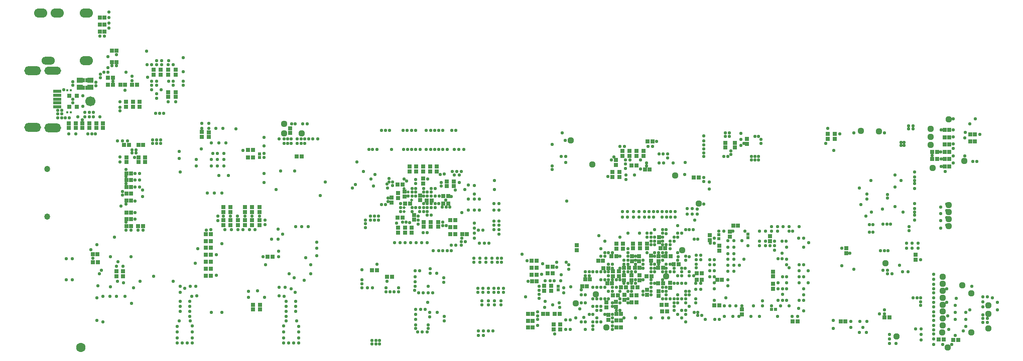
<source format=gbs>
G04*
G04 #@! TF.GenerationSoftware,Altium Limited,Altium Designer,20.0.13 (296)*
G04*
G04 Layer_Color=16711935*
%FSLAX24Y24*%
%MOIN*%
G70*
G01*
G75*
%ADD94R,0.0251X0.0251*%
%ADD96R,0.0148X0.0168*%
%ADD114R,0.0251X0.0251*%
%ADD151R,0.0207X0.0207*%
%ADD162O,0.0896X0.0601*%
%ADD163O,0.0896X0.0522*%
%ADD164O,0.0896X0.0601*%
%ADD165O,0.1113X0.0522*%
%ADD166O,0.1113X0.0601*%
%ADD167C,0.0404*%
%ADD168C,0.0669*%
%ADD169C,0.0630*%
%ADD170C,0.0210*%
%ADD171C,0.0190*%
%ADD282R,0.0207X0.0207*%
%ADD283R,0.0300X0.0300*%
%ADD284R,0.0404X0.0365*%
%ADD285C,0.0444*%
%ADD286R,0.0542X0.0207*%
D94*
X131633Y103711D02*
D03*
Y103389D02*
D03*
X132240D02*
D03*
Y103711D02*
D03*
X133050Y103973D02*
D03*
Y103650D02*
D03*
X120660Y91299D02*
D03*
Y91621D02*
D03*
X120210Y91630D02*
D03*
Y91307D02*
D03*
X127180Y96159D02*
D03*
Y95836D02*
D03*
X126680Y95869D02*
D03*
Y96191D02*
D03*
X124590Y101449D02*
D03*
Y101771D02*
D03*
X124120Y101449D02*
D03*
Y101771D02*
D03*
X126170Y103167D02*
D03*
Y102844D02*
D03*
X125711Y103167D02*
D03*
Y102844D02*
D03*
X125253Y103167D02*
D03*
Y102844D02*
D03*
X124794Y103167D02*
D03*
Y102844D02*
D03*
X124355Y102239D02*
D03*
Y102561D02*
D03*
X138420Y103980D02*
D03*
Y104303D02*
D03*
X138870D02*
D03*
Y103980D02*
D03*
X144250Y96262D02*
D03*
Y95940D02*
D03*
X139650Y96377D02*
D03*
Y96700D02*
D03*
X131219Y96861D02*
D03*
Y96539D02*
D03*
X130570Y97230D02*
D03*
Y97553D02*
D03*
X131920Y97479D02*
D03*
Y97801D02*
D03*
X134591Y97175D02*
D03*
Y97498D02*
D03*
X134770Y95143D02*
D03*
Y94820D02*
D03*
X134780Y94010D02*
D03*
Y94333D02*
D03*
X132730Y92630D02*
D03*
Y92307D02*
D03*
X127960Y94079D02*
D03*
Y94401D02*
D03*
X127170Y93519D02*
D03*
Y93841D02*
D03*
X126430Y93921D02*
D03*
Y93599D02*
D03*
X123840Y91949D02*
D03*
Y92271D02*
D03*
X123729Y93107D02*
D03*
Y92784D02*
D03*
X124910Y93590D02*
D03*
Y93267D02*
D03*
X124367Y93136D02*
D03*
Y92814D02*
D03*
X125930Y94901D02*
D03*
Y94579D02*
D03*
X125400Y94579D02*
D03*
Y94901D02*
D03*
X124890Y94579D02*
D03*
Y94901D02*
D03*
X124560Y95163D02*
D03*
Y94840D02*
D03*
X124140Y95163D02*
D03*
Y94840D02*
D03*
X125420Y95839D02*
D03*
Y96161D02*
D03*
X125900Y95849D02*
D03*
Y96171D02*
D03*
X126410Y97010D02*
D03*
Y96687D02*
D03*
X125948D02*
D03*
Y97010D02*
D03*
X125488Y96687D02*
D03*
Y97010D02*
D03*
X124830Y96679D02*
D03*
Y97001D02*
D03*
X124370Y96680D02*
D03*
Y97003D02*
D03*
X121740Y96890D02*
D03*
Y96567D02*
D03*
X120062Y93878D02*
D03*
Y94201D02*
D03*
X119600Y94191D02*
D03*
Y93869D02*
D03*
X113580Y100819D02*
D03*
Y101141D02*
D03*
X113110Y100826D02*
D03*
Y101149D02*
D03*
X112460Y101809D02*
D03*
Y102131D02*
D03*
X111560Y101340D02*
D03*
Y101017D02*
D03*
X112006Y101809D02*
D03*
Y102131D02*
D03*
X111552Y102131D02*
D03*
Y101809D02*
D03*
X111098Y101809D02*
D03*
Y102131D02*
D03*
X110644Y101809D02*
D03*
Y102131D02*
D03*
X109900Y100033D02*
D03*
Y100356D02*
D03*
X110329Y100137D02*
D03*
Y100460D02*
D03*
X111340Y99889D02*
D03*
Y100211D02*
D03*
X112560Y98450D02*
D03*
Y98127D02*
D03*
X112065Y98450D02*
D03*
Y98127D02*
D03*
X111570D02*
D03*
Y98450D02*
D03*
X110950Y98911D02*
D03*
Y98589D02*
D03*
X110347Y98055D02*
D03*
Y97732D02*
D03*
X110800D02*
D03*
Y98055D02*
D03*
X102710Y104680D02*
D03*
Y104357D02*
D03*
X96860Y104419D02*
D03*
Y104096D02*
D03*
X97320Y104413D02*
D03*
Y104090D02*
D03*
X100727Y92945D02*
D03*
Y92622D02*
D03*
X100267Y92947D02*
D03*
Y92624D02*
D03*
X98280Y99421D02*
D03*
Y99099D02*
D03*
X98760Y99421D02*
D03*
Y99099D02*
D03*
X99720Y99421D02*
D03*
Y99099D02*
D03*
X100200Y99421D02*
D03*
Y99099D02*
D03*
X100680Y99421D02*
D03*
Y99099D02*
D03*
Y98230D02*
D03*
Y98553D02*
D03*
X100200Y98230D02*
D03*
Y98553D02*
D03*
X99720Y98230D02*
D03*
Y98553D02*
D03*
X99240Y98230D02*
D03*
Y98553D02*
D03*
X98760Y98230D02*
D03*
Y98553D02*
D03*
X98280Y98230D02*
D03*
Y98553D02*
D03*
X91620Y95171D02*
D03*
Y94849D02*
D03*
X91200Y95171D02*
D03*
Y94849D02*
D03*
X93084Y102750D02*
D03*
Y102427D02*
D03*
X92639D02*
D03*
Y102750D02*
D03*
X91850Y102427D02*
D03*
Y102750D02*
D03*
X92730Y106440D02*
D03*
Y106117D02*
D03*
X92275D02*
D03*
Y106440D02*
D03*
X91820D02*
D03*
Y106117D02*
D03*
X90300Y105013D02*
D03*
Y104690D02*
D03*
X89836Y105013D02*
D03*
Y104690D02*
D03*
X89382Y105013D02*
D03*
Y104690D02*
D03*
X88928D02*
D03*
Y105013D02*
D03*
X88474Y104690D02*
D03*
Y105013D02*
D03*
X88020Y104690D02*
D03*
Y105013D02*
D03*
X127203Y97112D02*
D03*
Y97435D02*
D03*
X109440Y99739D02*
D03*
Y100061D02*
D03*
X109879Y98060D02*
D03*
Y97737D02*
D03*
X94630Y107080D02*
D03*
Y106757D02*
D03*
X95116D02*
D03*
Y107080D02*
D03*
X94619Y108571D02*
D03*
Y108249D02*
D03*
X93650Y108249D02*
D03*
Y108571D02*
D03*
X95103Y108249D02*
D03*
Y108571D02*
D03*
X94134Y108249D02*
D03*
Y108571D02*
D03*
D96*
X88150Y105720D02*
D03*
X87933D02*
D03*
X88145Y107200D02*
D03*
X87928D02*
D03*
D114*
X92011Y103573D02*
D03*
X91689D02*
D03*
X89263Y107380D02*
D03*
X88940D02*
D03*
X89263Y107880D02*
D03*
X88940D02*
D03*
X90393Y112030D02*
D03*
X90070D02*
D03*
X127308Y96686D02*
D03*
X127631D02*
D03*
X123777Y94360D02*
D03*
X124100D02*
D03*
X147081Y90600D02*
D03*
X146759D02*
D03*
X146113Y90620D02*
D03*
X145790D02*
D03*
X129853Y101398D02*
D03*
X129530D02*
D03*
X110349Y99680D02*
D03*
X110671D02*
D03*
X118777Y94490D02*
D03*
X119100D02*
D03*
X127971Y96170D02*
D03*
X127649D02*
D03*
X146500Y102633D02*
D03*
X146177D02*
D03*
X123179Y95860D02*
D03*
X123501D02*
D03*
X123841Y95360D02*
D03*
X123519D02*
D03*
X125609Y95390D02*
D03*
X125931D02*
D03*
X125211D02*
D03*
X124889D02*
D03*
X125722Y93560D02*
D03*
X125399D02*
D03*
X125791Y94085D02*
D03*
X125468D02*
D03*
X124697Y94090D02*
D03*
X125020D02*
D03*
X126400Y94850D02*
D03*
X126723D02*
D03*
X127471Y95390D02*
D03*
X127149D02*
D03*
X124473Y93560D02*
D03*
X124150D02*
D03*
X124067Y96160D02*
D03*
X124390D02*
D03*
X124369Y91890D02*
D03*
X124691D02*
D03*
X124369Y91430D02*
D03*
X124691D02*
D03*
X124369Y92350D02*
D03*
X124691D02*
D03*
X125399Y93100D02*
D03*
X125722D02*
D03*
X122109Y94170D02*
D03*
X122431D02*
D03*
X122309Y94640D02*
D03*
X122631D02*
D03*
X128511Y95630D02*
D03*
X128189D02*
D03*
X127419Y92490D02*
D03*
X127741D02*
D03*
X127389Y92950D02*
D03*
X127711D02*
D03*
X130899Y92890D02*
D03*
X131221D02*
D03*
X136097Y91850D02*
D03*
X136420D02*
D03*
X132461Y98190D02*
D03*
X132139D02*
D03*
X130041Y94590D02*
D03*
X129719D02*
D03*
Y95050D02*
D03*
X130041D02*
D03*
X127157Y94380D02*
D03*
X127480D02*
D03*
X131401Y94586D02*
D03*
X131079D02*
D03*
X148193Y104260D02*
D03*
X147870D02*
D03*
X103167Y102790D02*
D03*
X103490D02*
D03*
X101553Y96150D02*
D03*
X101230D02*
D03*
X97451Y97640D02*
D03*
X97129D02*
D03*
X90070Y111565D02*
D03*
X90393D02*
D03*
X90070Y111100D02*
D03*
X90393D02*
D03*
X90877Y109830D02*
D03*
X91200D02*
D03*
X90877Y109070D02*
D03*
X91200D02*
D03*
X89940Y95780D02*
D03*
X89617D02*
D03*
X119090Y94950D02*
D03*
X118767D02*
D03*
X120153Y95019D02*
D03*
X119830D02*
D03*
X118767Y95860D02*
D03*
X119090D02*
D03*
X118830Y91880D02*
D03*
X118507D02*
D03*
Y92330D02*
D03*
X118830D02*
D03*
X118507Y91430D02*
D03*
X118830D02*
D03*
X119507Y92330D02*
D03*
X119830D02*
D03*
X120289D02*
D03*
X120611D02*
D03*
X119090Y95405D02*
D03*
X118767D02*
D03*
X120153Y95474D02*
D03*
X119830D02*
D03*
X89931Y96290D02*
D03*
X89609D02*
D03*
X92219Y107560D02*
D03*
X92541D02*
D03*
X91443D02*
D03*
X91766D02*
D03*
X90629D02*
D03*
X90951D02*
D03*
X90629Y108040D02*
D03*
X90951D02*
D03*
X92961Y103573D02*
D03*
X92639D02*
D03*
X108160Y95250D02*
D03*
X108483D02*
D03*
X109470Y94810D02*
D03*
X109147D02*
D03*
X110171Y98740D02*
D03*
X109849D02*
D03*
X113367Y97644D02*
D03*
X113690D02*
D03*
X113367Y98100D02*
D03*
X113690D02*
D03*
Y98557D02*
D03*
X113367D02*
D03*
X114463Y97644D02*
D03*
X114140D02*
D03*
X110180Y100940D02*
D03*
X109857D02*
D03*
X111781Y99881D02*
D03*
X112103D02*
D03*
X113214Y99670D02*
D03*
X112891D02*
D03*
X113214Y100157D02*
D03*
X112891D02*
D03*
X126593Y101937D02*
D03*
X126270D02*
D03*
X125388Y102190D02*
D03*
X125711D02*
D03*
X126467Y103800D02*
D03*
X126790D02*
D03*
X99919Y103230D02*
D03*
X100241D02*
D03*
X99919Y102750D02*
D03*
X100241D02*
D03*
X97127Y95800D02*
D03*
X97450D02*
D03*
X97451Y96260D02*
D03*
X97129D02*
D03*
X97127Y95340D02*
D03*
X97450D02*
D03*
X97127Y94880D02*
D03*
X97450D02*
D03*
X97451Y97180D02*
D03*
X97129D02*
D03*
Y96720D02*
D03*
X97451D02*
D03*
X142199Y92110D02*
D03*
X142521D02*
D03*
X139591Y91830D02*
D03*
X139269D02*
D03*
X145673Y102633D02*
D03*
X145350D02*
D03*
X145673Y103117D02*
D03*
X145350D02*
D03*
X146177Y104570D02*
D03*
X146500D02*
D03*
X146177Y104083D02*
D03*
X146500D02*
D03*
X146177Y103600D02*
D03*
X146500D02*
D03*
X148191Y103800D02*
D03*
X147869D02*
D03*
X146177Y103117D02*
D03*
X146500D02*
D03*
X146177Y102150D02*
D03*
X146500D02*
D03*
X92160Y100323D02*
D03*
X91837D02*
D03*
X92620Y98180D02*
D03*
X92943D02*
D03*
X91839Y98630D02*
D03*
X92161D02*
D03*
X91839Y101228D02*
D03*
X92161D02*
D03*
X91837Y100775D02*
D03*
X92160D02*
D03*
X91839Y101680D02*
D03*
X92161D02*
D03*
X91837Y99870D02*
D03*
X92160D02*
D03*
X91839Y98180D02*
D03*
X92161D02*
D03*
X91839Y99080D02*
D03*
X92161D02*
D03*
D151*
X134684Y92640D02*
D03*
X134936D02*
D03*
D162*
X86148Y112350D02*
D03*
X87250D02*
D03*
D163*
X86652Y109161D02*
D03*
D164*
X89199D02*
D03*
Y112350D02*
D03*
D165*
X86965Y108511D02*
D03*
D166*
X85626Y108492D02*
D03*
X86965Y104712D02*
D03*
X85626Y104732D02*
D03*
D167*
X86584Y101953D02*
D03*
X86583Y98804D02*
D03*
D168*
X89465Y106484D02*
D03*
D169*
X88814Y90088D02*
D03*
D170*
X94170Y109159D02*
D03*
X126929Y96152D02*
D03*
X132170Y95956D02*
D03*
X129990Y93952D02*
D03*
X131780Y95956D02*
D03*
X129653Y93952D02*
D03*
X135388Y97171D02*
D03*
X129678Y95646D02*
D03*
X135638Y97171D02*
D03*
X129673Y95404D02*
D03*
X129540Y97310D02*
D03*
X129796D02*
D03*
X128464Y98201D02*
D03*
X127697Y96407D02*
D03*
X129794Y92228D02*
D03*
X130066D02*
D03*
X131229Y91974D02*
D03*
X130275D02*
D03*
X130911D02*
D03*
X128208Y92569D02*
D03*
X129980Y96250D02*
D03*
X135688Y96777D02*
D03*
X129221Y96143D02*
D03*
X145440Y92811D02*
D03*
X125880Y99120D02*
D03*
X145440Y92478D02*
D03*
X125880Y98780D02*
D03*
X145440Y93722D02*
D03*
X125520Y99120D02*
D03*
X145440Y93389D02*
D03*
X125520Y98780D02*
D03*
X145440Y94300D02*
D03*
X125130Y98780D02*
D03*
X145440Y94633D02*
D03*
X125130Y99120D02*
D03*
X145440Y90656D02*
D03*
X124770Y98780D02*
D03*
X145440Y90989D02*
D03*
X124770Y99120D02*
D03*
X129653Y93081D02*
D03*
Y93337D02*
D03*
X136500Y92690D02*
D03*
X137116Y95197D02*
D03*
X129232Y92825D02*
D03*
X127862Y92057D02*
D03*
X128976Y93081D02*
D03*
X114104Y97372D02*
D03*
X127440Y97687D02*
D03*
X126929Y97431D02*
D03*
X127441Y96152D02*
D03*
X128720Y94360D02*
D03*
X129582Y98560D02*
D03*
X123346Y96152D02*
D03*
X132860Y95956D02*
D03*
X124882Y95640D02*
D03*
X93238Y108060D02*
D03*
X135387Y96377D02*
D03*
X136833Y94017D02*
D03*
Y93606D02*
D03*
X95610Y107544D02*
D03*
Y107817D02*
D03*
X89090Y105750D02*
D03*
X89375D02*
D03*
X89660D02*
D03*
X115210Y90900D02*
D03*
X115540D02*
D03*
X116567Y93768D02*
D03*
X116890D02*
D03*
Y94038D02*
D03*
X116567D02*
D03*
X116760Y95770D02*
D03*
Y96020D02*
D03*
X116480Y95770D02*
D03*
Y96020D02*
D03*
X137151Y97069D02*
D03*
X128976Y96152D02*
D03*
X127697Y95640D02*
D03*
X146308Y99198D02*
D03*
X110806Y100684D02*
D03*
X124882Y94360D02*
D03*
X124626Y93081D02*
D03*
Y95384D02*
D03*
X113950Y101070D02*
D03*
X112696Y101616D02*
D03*
X111062Y99404D02*
D03*
X111574Y99660D02*
D03*
X110806Y99148D02*
D03*
X133110Y96870D02*
D03*
X146937Y93384D02*
D03*
X143169Y95572D02*
D03*
X128957Y102387D02*
D03*
X130541Y100622D02*
D03*
Y101085D02*
D03*
X146234Y101805D02*
D03*
X123346Y93337D02*
D03*
X123346Y92825D02*
D03*
X145932Y103108D02*
D03*
X123346Y92569D02*
D03*
X145940Y102633D02*
D03*
X122834Y91801D02*
D03*
X145940Y102150D02*
D03*
X122578Y92313D02*
D03*
X122054Y91801D02*
D03*
X122323Y91801D02*
D03*
X123090Y92825D02*
D03*
X123602Y93337D02*
D03*
X142085Y98317D02*
D03*
X142343Y98307D02*
D03*
X140520Y91110D02*
D03*
X142181Y92594D02*
D03*
X149030Y92271D02*
D03*
X149360Y93410D02*
D03*
X147990Y94170D02*
D03*
X147430D02*
D03*
X147580Y91498D02*
D03*
X149030Y92019D02*
D03*
X148730Y91768D02*
D03*
X149030D02*
D03*
X148730Y92019D02*
D03*
Y92271D02*
D03*
Y93135D02*
D03*
X149030Y92810D02*
D03*
X148730D02*
D03*
X149020Y93460D02*
D03*
X148730D02*
D03*
X147836Y92591D02*
D03*
X147580Y91970D02*
D03*
Y92440D02*
D03*
X147990Y91190D02*
D03*
X147430D02*
D03*
X146761Y104088D02*
D03*
X147540Y104390D02*
D03*
X148503Y104254D02*
D03*
X147512Y104034D02*
D03*
X146761Y104565D02*
D03*
X146764Y102367D02*
D03*
X146760Y103630D02*
D03*
Y103342D02*
D03*
Y102827D02*
D03*
X147510Y102850D02*
D03*
X148320Y102460D02*
D03*
X148040D02*
D03*
X138300Y103663D02*
D03*
X122323Y93081D02*
D03*
X128720Y95384D02*
D03*
X128976Y91801D02*
D03*
X128464Y96407D02*
D03*
X128469Y96142D02*
D03*
X116262Y99677D02*
D03*
X116570D02*
D03*
X116270Y100607D02*
D03*
X116262Y99250D02*
D03*
X116570D02*
D03*
X116262Y98510D02*
D03*
X116570D02*
D03*
X114131Y99065D02*
D03*
X118131Y96310D02*
D03*
X109775Y98355D02*
D03*
X140520Y100700D02*
D03*
X140952Y98826D02*
D03*
X111830Y99404D02*
D03*
X110038Y99404D02*
D03*
Y99660D02*
D03*
X110550Y100172D02*
D03*
X110806D02*
D03*
X111210Y98575D02*
D03*
Y98840D02*
D03*
X110811Y99409D02*
D03*
X127441Y96407D02*
D03*
X97590Y103000D02*
D03*
X100992Y101665D02*
D03*
X96829Y103315D02*
D03*
X97990Y103690D02*
D03*
X98460D02*
D03*
X99112Y104645D02*
D03*
X109320Y104520D02*
D03*
X109045D02*
D03*
X108770D02*
D03*
X113720D02*
D03*
X113445D02*
D03*
X112040D02*
D03*
X112315D02*
D03*
X112590D02*
D03*
X112865D02*
D03*
X111763D02*
D03*
X110220D02*
D03*
X110495D02*
D03*
X110770D02*
D03*
X111045D02*
D03*
X107168Y102438D02*
D03*
X100557Y93872D02*
D03*
X97456Y97921D02*
D03*
X102972Y94728D02*
D03*
X103641Y94561D02*
D03*
X101949Y96503D02*
D03*
X108155Y90330D02*
D03*
X108407D02*
D03*
X108660D02*
D03*
X108155Y90580D02*
D03*
X108407D02*
D03*
X108660D02*
D03*
X108065Y98580D02*
D03*
X108317D02*
D03*
X108570D02*
D03*
X97693Y100384D02*
D03*
X98170D02*
D03*
X104718Y100210D02*
D03*
X127441Y97943D02*
D03*
X99941Y93829D02*
D03*
X127697Y97943D02*
D03*
Y96919D02*
D03*
X101931Y97952D02*
D03*
X121682Y92055D02*
D03*
X121350Y94128D02*
D03*
X121027Y91930D02*
D03*
X121302D02*
D03*
X122066Y93081D02*
D03*
X123858Y95640D02*
D03*
X124114D02*
D03*
X126929Y96407D02*
D03*
X125137Y96663D02*
D03*
X124626Y97431D02*
D03*
X92420Y101220D02*
D03*
X127441Y96919D02*
D03*
X92420Y100770D02*
D03*
Y101680D02*
D03*
X127952Y97175D02*
D03*
X92420Y99850D02*
D03*
X128290Y98780D02*
D03*
X92620Y97890D02*
D03*
X128290Y99120D02*
D03*
X92420Y99070D02*
D03*
X128000Y98780D02*
D03*
X92420Y98620D02*
D03*
X128000Y99120D02*
D03*
X111826Y99656D02*
D03*
X120710Y102786D02*
D03*
X128208Y97175D02*
D03*
X127952Y96663D02*
D03*
X121020Y102786D02*
D03*
Y102392D02*
D03*
X128464Y97431D02*
D03*
X145440Y91900D02*
D03*
X126240Y99120D02*
D03*
X145440Y91567D02*
D03*
X126240Y98780D02*
D03*
X132733Y97191D02*
D03*
X124216Y102763D02*
D03*
X130190Y101142D02*
D03*
X124990Y102560D02*
D03*
X100982Y102737D02*
D03*
X92490Y103040D02*
D03*
X92220D02*
D03*
X123090Y91801D02*
D03*
X122834Y91289D02*
D03*
X89830Y107510D02*
D03*
X122834Y91545D02*
D03*
X89830Y107750D02*
D03*
X96491Y102590D02*
D03*
X111318Y99404D02*
D03*
X103680Y103660D02*
D03*
X124114Y95384D02*
D03*
Y92313D02*
D03*
X112342Y99404D02*
D03*
X111830Y100172D02*
D03*
X111574D02*
D03*
X122066Y93920D02*
D03*
X112342Y99660D02*
D03*
X97164Y97914D02*
D03*
X113043Y99896D02*
D03*
X111856Y101302D02*
D03*
X111066Y101260D02*
D03*
X110301Y101286D02*
D03*
X110468Y101153D02*
D03*
X109215Y100048D02*
D03*
X125393Y95128D02*
D03*
X124372Y94614D02*
D03*
X100992Y101060D02*
D03*
X92910Y100150D02*
D03*
X91595Y103830D02*
D03*
X91750Y107210D02*
D03*
X120606Y92781D02*
D03*
X120581Y93070D02*
D03*
X120157Y92929D02*
D03*
X122066Y93593D02*
D03*
X112599Y99658D02*
D03*
X123090Y94107D02*
D03*
X112016Y95328D02*
D03*
X111993Y92145D02*
D03*
X123602Y94104D02*
D03*
X111061Y100684D02*
D03*
X112448Y95021D02*
D03*
X112483Y92443D02*
D03*
X100990Y103001D02*
D03*
X122323Y95128D02*
D03*
X94640Y109159D02*
D03*
X123858Y94872D02*
D03*
X123858Y94616D02*
D03*
X123602D02*
D03*
X104550Y103960D02*
D03*
X97895Y102595D02*
D03*
X97480Y103690D02*
D03*
X92219Y108121D02*
D03*
X100990Y103511D02*
D03*
X100977Y104067D02*
D03*
X123352Y95128D02*
D03*
X94950Y107550D02*
D03*
X123090Y95128D02*
D03*
X94950Y108893D02*
D03*
X122834Y95128D02*
D03*
X93534Y108893D02*
D03*
X122578Y95128D02*
D03*
X93850Y109159D02*
D03*
X93534Y107248D02*
D03*
X103538Y104957D02*
D03*
X123346Y94104D02*
D03*
X123856Y93848D02*
D03*
X123602Y95128D02*
D03*
X123858D02*
D03*
X123222Y97547D02*
D03*
X121090Y99830D02*
D03*
X123602Y97175D02*
D03*
X102810Y104957D02*
D03*
X122233Y92097D02*
D03*
X122323Y91289D02*
D03*
X121312Y91297D02*
D03*
X121027D02*
D03*
X122834Y92313D02*
D03*
X121232Y95285D02*
D03*
X93850Y106964D02*
D03*
Y106680D02*
D03*
X123346Y96663D02*
D03*
X135857Y95398D02*
D03*
X121961Y92657D02*
D03*
X88928Y105238D02*
D03*
X106839Y100711D02*
D03*
X107054Y100928D02*
D03*
X107723Y98071D02*
D03*
X111210Y98311D02*
D03*
X111900Y91610D02*
D03*
Y91365D02*
D03*
X142599Y98311D02*
D03*
X129735Y99313D02*
D03*
X89500Y96608D02*
D03*
X114929Y95767D02*
D03*
X114957Y100315D02*
D03*
X114312Y100592D02*
D03*
X112820Y99436D02*
D03*
X116199Y91204D02*
D03*
X124626Y93337D02*
D03*
X118522Y94502D02*
D03*
X124370Y94104D02*
D03*
X125137Y93337D02*
D03*
X102099Y101826D02*
D03*
X105043Y101115D02*
D03*
X101778Y100600D02*
D03*
X135865Y98137D02*
D03*
X136520D02*
D03*
X136093Y97836D02*
D03*
X115930Y97050D02*
D03*
X112588Y96520D02*
D03*
X115540Y91204D02*
D03*
X115870D02*
D03*
X115210D02*
D03*
X126161Y93593D02*
D03*
X126673Y95384D02*
D03*
X143434Y99092D02*
D03*
X107490Y95260D02*
D03*
X111015Y94478D02*
D03*
X119257Y93639D02*
D03*
X121232Y95590D02*
D03*
X119250Y94180D02*
D03*
X121035Y95776D02*
D03*
X122834Y93337D02*
D03*
X123346Y91801D02*
D03*
X90073Y105440D02*
D03*
X119420Y94960D02*
D03*
X124114Y94104D02*
D03*
X123346Y94616D02*
D03*
X128920Y101605D02*
D03*
X128154Y102376D02*
D03*
X127780Y102700D02*
D03*
X127782Y102966D02*
D03*
X126840Y98780D02*
D03*
X129100Y99320D02*
D03*
X129415D02*
D03*
X98240Y104660D02*
D03*
X96860Y104677D02*
D03*
X97320Y104671D02*
D03*
Y104993D02*
D03*
X126673Y97687D02*
D03*
X97780Y104660D02*
D03*
X126550Y98780D02*
D03*
X126417Y97687D02*
D03*
Y97431D02*
D03*
X126673Y97431D02*
D03*
X96860Y104993D02*
D03*
X126673Y97175D02*
D03*
X128720Y95128D02*
D03*
X128464Y94360D02*
D03*
X129990Y94358D02*
D03*
X135681Y95978D02*
D03*
X128208Y94360D02*
D03*
X129231Y95127D02*
D03*
X128966Y95384D02*
D03*
X129673Y96250D02*
D03*
X128976Y95896D02*
D03*
X128468Y95889D02*
D03*
X136821Y96777D02*
D03*
Y97371D02*
D03*
X128720Y94872D02*
D03*
Y93337D02*
D03*
X128464Y94872D02*
D03*
X129793Y92437D02*
D03*
X129552D02*
D03*
X128208Y93081D02*
D03*
X137116Y94410D02*
D03*
X126929Y97943D02*
D03*
X101086Y95608D02*
D03*
X127440Y97431D02*
D03*
X126929Y97175D02*
D03*
X99940Y93440D02*
D03*
X126673Y96919D02*
D03*
X101003Y93440D02*
D03*
X126929Y96919D02*
D03*
X99233Y98824D02*
D03*
X127710Y98780D02*
D03*
X100200Y98824D02*
D03*
X127710Y99120D02*
D03*
X100680Y98824D02*
D03*
X127420Y98780D02*
D03*
X99720Y98824D02*
D03*
X127420Y99120D02*
D03*
X98760Y98824D02*
D03*
X127130Y99120D02*
D03*
X98280Y98824D02*
D03*
X126840Y99120D02*
D03*
X101042Y98251D02*
D03*
X127697Y97680D02*
D03*
X97478Y92445D02*
D03*
X93850Y107816D02*
D03*
X124114Y96407D02*
D03*
X93850Y107532D02*
D03*
X123858Y96407D02*
D03*
X93534Y107532D02*
D03*
X123602Y96407D02*
D03*
Y96152D02*
D03*
X145945Y104560D02*
D03*
X129232Y93593D02*
D03*
X130586Y95591D02*
D03*
X129231Y94872D02*
D03*
X129980Y95948D02*
D03*
X129673D02*
D03*
X130873Y94409D02*
D03*
X134585Y96870D02*
D03*
X130606Y97033D02*
D03*
X130873Y97362D02*
D03*
X131780Y95563D02*
D03*
X132170Y95169D02*
D03*
X129518Y94872D02*
D03*
X129653Y94360D02*
D03*
X129232Y93848D02*
D03*
X130586Y94804D02*
D03*
X128976Y93337D02*
D03*
X136829Y95591D02*
D03*
X134683Y97827D02*
D03*
X136821Y92522D02*
D03*
X128464Y92313D02*
D03*
X130870Y97033D02*
D03*
X132170Y97191D02*
D03*
X131779Y97186D02*
D03*
X131568Y92862D02*
D03*
X135408Y94809D02*
D03*
X136829D02*
D03*
X136527Y95591D02*
D03*
X136833Y93222D02*
D03*
X135116Y95987D02*
D03*
X135408Y93229D02*
D03*
X136528Y93222D02*
D03*
X128208Y92825D02*
D03*
X135865Y92860D02*
D03*
X135408Y93621D02*
D03*
X135116Y94015D02*
D03*
X135458Y98137D02*
D03*
X135092D02*
D03*
X130873Y95196D02*
D03*
X128976Y92569D02*
D03*
X131656Y93406D02*
D03*
X135387Y95987D02*
D03*
X136471Y97371D02*
D03*
X127952Y95640D02*
D03*
X114250Y103257D02*
D03*
X125649Y94616D02*
D03*
X120420Y95776D02*
D03*
X123805Y101453D02*
D03*
X125021Y101266D02*
D03*
X127041Y103791D02*
D03*
X132125Y92173D02*
D03*
X131200Y97827D02*
D03*
X134688Y98137D02*
D03*
X136527Y94410D02*
D03*
X136425Y92173D02*
D03*
X135116Y94409D02*
D03*
Y93229D02*
D03*
X135691D02*
D03*
X135408Y94015D02*
D03*
X135691D02*
D03*
Y94409D02*
D03*
Y94809D02*
D03*
Y95588D02*
D03*
X134891Y96552D02*
D03*
X133897Y96870D02*
D03*
X134881D02*
D03*
Y97171D02*
D03*
X134290Y96870D02*
D03*
X134291Y97171D02*
D03*
X133897D02*
D03*
X135269Y92860D02*
D03*
X134088Y93210D02*
D03*
X134678Y92860D02*
D03*
X134088D02*
D03*
X133497D02*
D03*
X132710D02*
D03*
X132320D02*
D03*
X131924D02*
D03*
X130873Y93228D02*
D03*
X130586Y95197D02*
D03*
Y95948D02*
D03*
X131535Y92173D02*
D03*
X132520D02*
D03*
X133307D02*
D03*
X133897D02*
D03*
X135079D02*
D03*
X136063D02*
D03*
X136527Y94809D02*
D03*
Y95197D02*
D03*
X135865Y97827D02*
D03*
X135077D02*
D03*
X134290D02*
D03*
X133896D02*
D03*
X132912D02*
D03*
X132125D02*
D03*
X131534D02*
D03*
X130873Y95948D02*
D03*
Y95590D02*
D03*
Y94803D02*
D03*
Y94015D02*
D03*
X131784Y94213D02*
D03*
Y94606D02*
D03*
X131780Y95169D02*
D03*
X132170Y95563D02*
D03*
X132535D02*
D03*
X131780Y96350D02*
D03*
X132170D02*
D03*
Y96760D02*
D03*
X131779D02*
D03*
X124920Y103470D02*
D03*
X124610D02*
D03*
X127224Y102376D02*
D03*
X127503D02*
D03*
X127493Y102966D02*
D03*
X127224D02*
D03*
X126776Y103470D02*
D03*
X126470D02*
D03*
X126383Y102372D02*
D03*
Y102166D02*
D03*
X125973Y102560D02*
D03*
X125990Y101970D02*
D03*
X125012Y101578D02*
D03*
X125582Y101578D02*
D03*
X125300Y102570D02*
D03*
X124990Y102010D02*
D03*
Y102290D02*
D03*
X124046Y102560D02*
D03*
X134000Y103682D02*
D03*
Y103942D02*
D03*
X133830Y104122D02*
D03*
X133570D02*
D03*
X132853Y103652D02*
D03*
X131780Y102800D02*
D03*
X131530Y102810D02*
D03*
X131970Y102950D02*
D03*
Y103180D02*
D03*
X132638Y103920D02*
D03*
Y103520D02*
D03*
Y104320D02*
D03*
X131900Y104120D02*
D03*
X131630D02*
D03*
X131900Y104370D02*
D03*
X131630D02*
D03*
X133350Y102570D02*
D03*
X133585D02*
D03*
X133820D02*
D03*
Y102786D02*
D03*
X133585D02*
D03*
X133350D02*
D03*
X130190Y103049D02*
D03*
X130190Y103840D02*
D03*
X130190Y103576D02*
D03*
Y103313D02*
D03*
Y102786D02*
D03*
Y99640D02*
D03*
Y104170D02*
D03*
Y101400D02*
D03*
X120110Y103590D02*
D03*
X120978Y103872D02*
D03*
X120770Y104370D02*
D03*
X120130Y101950D02*
D03*
Y102180D02*
D03*
X118450Y95860D02*
D03*
X120730Y94930D02*
D03*
X120420Y95430D02*
D03*
X119480Y95670D02*
D03*
X119257Y93360D02*
D03*
X119650Y93160D02*
D03*
X120870Y93741D02*
D03*
Y94080D02*
D03*
X120676Y94540D02*
D03*
X120260D02*
D03*
X119999D02*
D03*
X119660D02*
D03*
X119248Y93899D02*
D03*
X118360Y93468D02*
D03*
X119167Y91551D02*
D03*
X119160Y91960D02*
D03*
Y92201D02*
D03*
X119631Y92762D02*
D03*
X120270Y91010D02*
D03*
X119160Y92470D02*
D03*
X138834Y103194D02*
D03*
X143280Y103540D02*
D03*
X143480D02*
D03*
Y103740D02*
D03*
X143280D02*
D03*
X143770Y104630D02*
D03*
X144070D02*
D03*
Y104830D02*
D03*
X143770D02*
D03*
X142200Y104380D02*
D03*
X140160Y104380D02*
D03*
X139229Y104301D02*
D03*
X138410Y104670D02*
D03*
X144600Y95940D02*
D03*
X139897Y96377D02*
D03*
X140160Y95302D02*
D03*
X139341Y95539D02*
D03*
X139350Y96690D02*
D03*
X142420Y96550D02*
D03*
X142170D02*
D03*
X141920D02*
D03*
X143760Y95150D02*
D03*
X143400D02*
D03*
X142684Y95010D02*
D03*
X142384D02*
D03*
X142380Y95240D02*
D03*
X142080D02*
D03*
X144410Y96710D02*
D03*
X144030D02*
D03*
X143650D02*
D03*
X144410Y97030D02*
D03*
X144030D02*
D03*
X143650D02*
D03*
X142181Y92336D02*
D03*
X141857Y92342D02*
D03*
X142520Y90980D02*
D03*
Y90675D02*
D03*
X142940Y90370D02*
D03*
X142520D02*
D03*
X144260Y91350D02*
D03*
X144620Y90600D02*
D03*
Y90970D02*
D03*
Y91350D02*
D03*
X144340Y93410D02*
D03*
X144590Y93150D02*
D03*
Y92890D02*
D03*
Y93410D02*
D03*
X144090D02*
D03*
X138780Y91377D02*
D03*
X138770Y91890D02*
D03*
X139966Y91447D02*
D03*
Y91847D02*
D03*
X140768Y91447D02*
D03*
X141000Y91110D02*
D03*
X141020Y91840D02*
D03*
X140540D02*
D03*
X146650Y90290D02*
D03*
X146880Y90900D02*
D03*
X146045Y90290D02*
D03*
X146326Y94016D02*
D03*
X146330Y93110D02*
D03*
X146895Y92912D02*
D03*
X146390Y92210D02*
D03*
X146895Y92439D02*
D03*
Y91967D02*
D03*
X146455Y91298D02*
D03*
X145440Y91274D02*
D03*
Y94966D02*
D03*
Y93990D02*
D03*
Y93110D02*
D03*
Y92210D02*
D03*
Y90290D02*
D03*
X149670Y92586D02*
D03*
Y93090D02*
D03*
X129488Y97943D02*
D03*
X129735Y98980D02*
D03*
X129415D02*
D03*
X129232Y97943D02*
D03*
X129100Y98980D02*
D03*
X128976Y97943D02*
D03*
X128720Y92057D02*
D03*
X123090D02*
D03*
X128720Y97687D02*
D03*
X128976Y92313D02*
D03*
X124114Y91289D02*
D03*
X128464Y97687D02*
D03*
X128720Y92569D02*
D03*
X122834Y92825D02*
D03*
X122323Y93593D02*
D03*
X123602Y92313D02*
D03*
X124114Y91545D02*
D03*
X126550Y99120D02*
D03*
X128208Y97431D02*
D03*
X123090Y92569D02*
D03*
X122323Y94872D02*
D03*
X124114Y91801D02*
D03*
X128976Y93593D02*
D03*
X122578Y94872D02*
D03*
X124114Y92057D02*
D03*
X128976Y93848D02*
D03*
X128464Y93593D02*
D03*
X127441Y92057D02*
D03*
X123090Y93337D02*
D03*
X125137Y97687D02*
D03*
X128976Y94360D02*
D03*
X122834Y94104D02*
D03*
X128464Y93081D02*
D03*
X125905Y97687D02*
D03*
X127952Y96919D02*
D03*
X124882Y92057D02*
D03*
X128464Y93337D02*
D03*
X124626Y92569D02*
D03*
X126673Y92057D02*
D03*
X128208Y93337D02*
D03*
X125649Y92057D02*
D03*
X127441Y97175D02*
D03*
X127952Y93337D02*
D03*
X124370Y92569D02*
D03*
X127697Y93337D02*
D03*
X124114Y93081D02*
D03*
X124114Y92825D02*
D03*
X128208Y95384D02*
D03*
Y95128D02*
D03*
X123858Y93337D02*
D03*
X127952Y95128D02*
D03*
X127697Y93593D02*
D03*
X125137Y93081D02*
D03*
X127697Y95384D02*
D03*
X127185Y96407D02*
D03*
X127441Y93337D02*
D03*
X127441Y95896D02*
D03*
X127697Y93848D02*
D03*
X124114D02*
D03*
X127697Y94104D02*
D03*
Y95128D02*
D03*
X124114Y94616D02*
D03*
X124626Y96152D02*
D03*
X127441Y93848D02*
D03*
X124626D02*
D03*
X126417Y96407D02*
D03*
X125137D02*
D03*
X127441Y94104D02*
D03*
Y95128D02*
D03*
Y94616D02*
D03*
X127185Y95640D02*
D03*
X125137Y96152D02*
D03*
X124882Y95896D02*
D03*
X126673Y93593D02*
D03*
X125649Y96152D02*
D03*
X126929Y94360D02*
D03*
X124626Y94616D02*
D03*
X126929Y95640D02*
D03*
X125137Y95896D02*
D03*
X126673Y93848D02*
D03*
X125137D02*
D03*
X126929Y95384D02*
D03*
X125393Y93848D02*
D03*
X126161Y95896D02*
D03*
X125649D02*
D03*
X126929Y95128D02*
D03*
X124882D02*
D03*
X126161Y93848D02*
D03*
X126673Y95640D02*
D03*
X125137D02*
D03*
X126673Y94104D02*
D03*
Y94360D02*
D03*
X125137D02*
D03*
X126161Y95640D02*
D03*
X126673Y95128D02*
D03*
X125649Y95640D02*
D03*
X126673Y94616D02*
D03*
X125137Y95128D02*
D03*
X125649Y94360D02*
D03*
X125393Y94360D02*
D03*
X126161Y95384D02*
D03*
X125649Y95128D02*
D03*
X126161Y94616D02*
D03*
X142900Y101580D02*
D03*
X141280Y101210D02*
D03*
X142370Y100280D02*
D03*
Y100050D02*
D03*
X142900Y100769D02*
D03*
X141030Y99960D02*
D03*
Y100310D02*
D03*
X143300Y101200D02*
D03*
X144170Y101197D02*
D03*
Y101757D02*
D03*
Y100664D02*
D03*
Y100987D02*
D03*
Y101447D02*
D03*
Y99350D02*
D03*
Y98890D02*
D03*
X142897Y99459D02*
D03*
X140610Y99593D02*
D03*
X143810Y97880D02*
D03*
Y98150D02*
D03*
X141432Y97760D02*
D03*
Y98267D02*
D03*
X141190D02*
D03*
X141180Y97760D02*
D03*
X142052Y99300D02*
D03*
X141320Y99110D02*
D03*
X144170Y98567D02*
D03*
Y99660D02*
D03*
Y99100D02*
D03*
X148221Y105299D02*
D03*
X147850Y104970D02*
D03*
X146761Y105290D02*
D03*
X145350Y102875D02*
D03*
X145910Y99450D02*
D03*
Y99000D02*
D03*
Y98550D02*
D03*
Y98050D02*
D03*
X146308Y98248D02*
D03*
Y99648D02*
D03*
Y98748D02*
D03*
X113681Y100582D02*
D03*
X112850Y98450D02*
D03*
X113088Y98190D02*
D03*
X112850D02*
D03*
X111820Y97720D02*
D03*
X111540D02*
D03*
X113417Y100127D02*
D03*
X108246Y100840D02*
D03*
X111820Y97060D02*
D03*
X111457D02*
D03*
X111093D02*
D03*
X110730D02*
D03*
X110347D02*
D03*
X110003D02*
D03*
X109640D02*
D03*
X108359Y101616D02*
D03*
X108076Y101288D02*
D03*
X114097Y97145D02*
D03*
X109046Y99606D02*
D03*
X107722Y98570D02*
D03*
Y98321D02*
D03*
X107600Y101800D02*
D03*
X110642Y98416D02*
D03*
X110409Y98420D02*
D03*
X110175D02*
D03*
X109140Y94500D02*
D03*
X107490Y94080D02*
D03*
X108173D02*
D03*
X107836D02*
D03*
X107490Y94345D02*
D03*
Y94610D02*
D03*
X109632Y93810D02*
D03*
X109912Y94083D02*
D03*
Y93810D02*
D03*
X109351D02*
D03*
X109070D02*
D03*
Y94083D02*
D03*
X108500Y95620D02*
D03*
X114537Y100894D02*
D03*
X115282Y99235D02*
D03*
Y99958D02*
D03*
X113630Y101580D02*
D03*
X113940D02*
D03*
X114100Y101790D02*
D03*
X113790D02*
D03*
X113480D02*
D03*
X112964Y101620D02*
D03*
X114557Y99224D02*
D03*
X114943Y99223D02*
D03*
X114557Y99958D02*
D03*
X114943D02*
D03*
X113607Y103257D02*
D03*
X113929D02*
D03*
X108570Y98820D02*
D03*
X108317D02*
D03*
X108065D02*
D03*
X109215Y99817D02*
D03*
X109195Y100705D02*
D03*
X108778Y99617D02*
D03*
X109300Y101100D02*
D03*
X109290Y101340D02*
D03*
X109513Y100878D02*
D03*
X116270Y101200D02*
D03*
X109510Y101110D02*
D03*
X109140Y100970D02*
D03*
X114960Y100870D02*
D03*
X112768Y100830D02*
D03*
X111061Y100994D02*
D03*
X112610Y100172D02*
D03*
X113073Y99436D02*
D03*
X113325D02*
D03*
X112344Y100172D02*
D03*
X112755Y101076D02*
D03*
X115530Y97890D02*
D03*
X115230D02*
D03*
X114953Y98370D02*
D03*
Y98037D02*
D03*
X116570Y97650D02*
D03*
Y98230D02*
D03*
Y97940D02*
D03*
X116262D02*
D03*
Y98230D02*
D03*
X114338Y97144D02*
D03*
X114100Y96917D02*
D03*
X113720Y96910D02*
D03*
X113432D02*
D03*
Y96520D02*
D03*
X113144D02*
D03*
X112856D02*
D03*
X112220D02*
D03*
X114953Y97370D02*
D03*
Y97703D02*
D03*
X115604Y97050D02*
D03*
X115279D02*
D03*
X113140Y103257D02*
D03*
X111762Y103260D02*
D03*
X112865Y103257D02*
D03*
X112589D02*
D03*
X112314D02*
D03*
X112038D02*
D03*
X111340Y103260D02*
D03*
X111065D02*
D03*
X110790D02*
D03*
X110515D02*
D03*
X110240D02*
D03*
X107952D02*
D03*
X109460D02*
D03*
X108500D02*
D03*
X108200D02*
D03*
X111574Y100684D02*
D03*
X112342D02*
D03*
X112086D02*
D03*
X111574Y100428D02*
D03*
X112086D02*
D03*
X111830D02*
D03*
X112086Y100172D02*
D03*
X111574Y99404D02*
D03*
Y99148D02*
D03*
X112086Y98893D02*
D03*
X112086Y99404D02*
D03*
Y99660D02*
D03*
X111830Y98893D02*
D03*
Y99148D02*
D03*
X110038D02*
D03*
X111318D02*
D03*
X111062Y100172D02*
D03*
X110806Y100428D02*
D03*
X111062Y100428D02*
D03*
X103028Y101826D02*
D03*
X111005Y94168D02*
D03*
X111000Y93900D02*
D03*
X111235Y93718D02*
D03*
X111558D02*
D03*
X111882D02*
D03*
X112195D02*
D03*
X111885Y94168D02*
D03*
X114929Y96022D02*
D03*
X115330Y96020D02*
D03*
Y95770D02*
D03*
X115732Y96020D02*
D03*
Y95770D02*
D03*
X116133Y96020D02*
D03*
Y95770D02*
D03*
X115175Y94038D02*
D03*
X115532D02*
D03*
X115888D02*
D03*
X116245D02*
D03*
Y93768D02*
D03*
X115888D02*
D03*
X115532D02*
D03*
X115175D02*
D03*
X111015Y94803D02*
D03*
Y95208D02*
D03*
X111334D02*
D03*
X112005Y95021D02*
D03*
X112929Y94442D02*
D03*
X112914Y94743D02*
D03*
X112949Y92165D02*
D03*
Y91864D02*
D03*
X112000Y92443D02*
D03*
X111698Y92631D02*
D03*
X111369Y92630D02*
D03*
X111040D02*
D03*
Y92305D02*
D03*
Y91980D02*
D03*
X111840Y93103D02*
D03*
X116720Y92920D02*
D03*
Y93200D02*
D03*
X116298Y92920D02*
D03*
Y93200D02*
D03*
X115876Y92920D02*
D03*
Y93200D02*
D03*
X115453Y92920D02*
D03*
Y93200D02*
D03*
X111807Y91140D02*
D03*
X111488D02*
D03*
X111170D02*
D03*
X111040Y91365D02*
D03*
Y91610D02*
D03*
X100930Y96150D02*
D03*
X101947Y96145D02*
D03*
X102646Y94992D02*
D03*
X104080Y95000D02*
D03*
X104076Y95601D02*
D03*
X103740Y96083D02*
D03*
X104475Y96705D02*
D03*
Y96209D02*
D03*
Y97111D02*
D03*
X103485Y98134D02*
D03*
X103923Y98130D02*
D03*
X103090D02*
D03*
X102230Y97620D02*
D03*
X101917Y97307D02*
D03*
X101473D02*
D03*
X97905Y98824D02*
D03*
Y98550D02*
D03*
X100380Y97950D02*
D03*
X100030D02*
D03*
X99600D02*
D03*
X99260D02*
D03*
X98830D02*
D03*
X98400D02*
D03*
X101042Y98553D02*
D03*
X98190Y96990D02*
D03*
X97820Y94890D02*
D03*
Y96270D02*
D03*
X96405Y95686D02*
D03*
X96570Y96670D02*
D03*
X94962Y94503D02*
D03*
X95430Y94151D02*
D03*
X98191Y92445D02*
D03*
X103047Y93754D02*
D03*
X101981Y94117D02*
D03*
X102390Y94108D02*
D03*
X102785Y93996D02*
D03*
X102329Y93490D02*
D03*
X101979Y93530D02*
D03*
X103100Y92489D02*
D03*
X103099Y93180D02*
D03*
X103149Y91870D02*
D03*
X103279Y90400D02*
D03*
Y90750D02*
D03*
Y91120D02*
D03*
X103099Y92831D02*
D03*
X103279Y91510D02*
D03*
X102278Y91120D02*
D03*
X102288Y90750D02*
D03*
X102288Y90400D02*
D03*
X102299Y91520D02*
D03*
X102447Y92831D02*
D03*
Y92489D02*
D03*
X102437Y91875D02*
D03*
X102447Y93179D02*
D03*
Y92180D02*
D03*
X102942Y90400D02*
D03*
X102615D02*
D03*
X95894D02*
D03*
X95567D02*
D03*
X96062Y92180D02*
D03*
X96530Y93530D02*
D03*
X96180Y93490D02*
D03*
X96062Y93179D02*
D03*
X96072Y91875D02*
D03*
X96062Y92489D02*
D03*
Y92831D02*
D03*
X96210Y91520D02*
D03*
X96221Y90400D02*
D03*
X96221Y90750D02*
D03*
X96231Y91120D02*
D03*
X95230Y91510D02*
D03*
X95705Y94050D02*
D03*
X96080Y94151D02*
D03*
X96450Y94180D02*
D03*
X95410Y92831D02*
D03*
Y92489D02*
D03*
X95230Y91120D02*
D03*
Y90750D02*
D03*
Y90400D02*
D03*
X95360Y91870D02*
D03*
X95410Y93180D02*
D03*
X95421Y93775D02*
D03*
X99570Y103210D02*
D03*
X95347Y102670D02*
D03*
X95349Y103130D02*
D03*
X96491Y102157D02*
D03*
X95410Y101760D02*
D03*
X97480Y102160D02*
D03*
X97895D02*
D03*
X98310D02*
D03*
X97480Y102595D02*
D03*
X98310D02*
D03*
Y103000D02*
D03*
X97895D02*
D03*
X98622Y101524D02*
D03*
X97984D02*
D03*
X97227Y100384D02*
D03*
X103040Y104967D02*
D03*
X104230Y103960D02*
D03*
X101972D02*
D03*
X103850Y104957D02*
D03*
X103940Y103960D02*
D03*
X103190D02*
D03*
X103435D02*
D03*
X103680D02*
D03*
X103435Y103660D02*
D03*
X103190D02*
D03*
X102310D02*
D03*
X102555D02*
D03*
X102800D02*
D03*
Y103960D02*
D03*
X102555D02*
D03*
X102310D02*
D03*
X93190Y109800D02*
D03*
X95610Y109360D02*
D03*
Y108450D02*
D03*
X95116Y106450D02*
D03*
X94630D02*
D03*
X94160Y107248D02*
D03*
X93207Y108893D02*
D03*
X93850D02*
D03*
X94170D02*
D03*
X94630D02*
D03*
X94640Y107816D02*
D03*
X94950D02*
D03*
X93534D02*
D03*
X90080Y110790D02*
D03*
X90390D02*
D03*
X90680Y112040D02*
D03*
Y112400D02*
D03*
Y111320D02*
D03*
Y111680D02*
D03*
X90877Y108820D02*
D03*
X91200D02*
D03*
Y109570D02*
D03*
X90624Y108690D02*
D03*
Y109440D02*
D03*
X88020Y104310D02*
D03*
X88480D02*
D03*
X89375Y105440D02*
D03*
X89794Y104309D02*
D03*
X89537Y104310D02*
D03*
X89280D02*
D03*
X89660Y105440D02*
D03*
X89090D02*
D03*
X88630D02*
D03*
X88060Y105380D02*
D03*
X87790D02*
D03*
X87535Y105870D02*
D03*
X87280D02*
D03*
X87535Y105625D02*
D03*
X87280D02*
D03*
Y105380D02*
D03*
X87535D02*
D03*
X87675Y107246D02*
D03*
X90130Y108040D02*
D03*
X88270Y106610D02*
D03*
Y106370D02*
D03*
Y107780D02*
D03*
Y107540D02*
D03*
X88960Y106120D02*
D03*
Y106820D02*
D03*
X90940Y107800D02*
D03*
X90130Y108260D02*
D03*
X90364Y108409D02*
D03*
X90624Y108410D02*
D03*
X91820Y108400D02*
D03*
X92219Y107830D02*
D03*
X91420Y106440D02*
D03*
Y105840D02*
D03*
Y106070D02*
D03*
X93792Y105660D02*
D03*
X94063D02*
D03*
X94333D02*
D03*
X92220Y103250D02*
D03*
X92490D02*
D03*
X91410Y102760D02*
D03*
Y102430D02*
D03*
X94130Y103660D02*
D03*
X93860D02*
D03*
X93590D02*
D03*
X94130Y103900D02*
D03*
X93860D02*
D03*
X93590D02*
D03*
X92380Y102750D02*
D03*
X91929Y103830D02*
D03*
X91260D02*
D03*
X91590Y100220D02*
D03*
Y100470D02*
D03*
X90300Y91800D02*
D03*
X92940Y97890D02*
D03*
X92910Y100570D02*
D03*
X92705Y101680D02*
D03*
X92710Y101220D02*
D03*
Y100770D02*
D03*
X91820Y98420D02*
D03*
X91830Y100990D02*
D03*
X91820Y101940D02*
D03*
X91050Y97450D02*
D03*
X91825Y101455D02*
D03*
X91830Y99620D02*
D03*
X91824Y97890D02*
D03*
X92160D02*
D03*
X91480Y99490D02*
D03*
X91620Y95500D02*
D03*
X91200D02*
D03*
X89610Y96021D02*
D03*
X92150Y96150D02*
D03*
X91298Y95802D02*
D03*
X90800Y96150D02*
D03*
X89900Y96950D02*
D03*
X90800Y94150D02*
D03*
X91250Y94500D02*
D03*
X90201Y95249D02*
D03*
X89950Y94200D02*
D03*
X87850Y94600D02*
D03*
X88250D02*
D03*
Y96000D02*
D03*
X87850D02*
D03*
X93650Y94850D02*
D03*
X92334Y94066D02*
D03*
X92750Y94500D02*
D03*
X91650Y94400D02*
D03*
X90050Y95000D02*
D03*
X91200Y93500D02*
D03*
X91750D02*
D03*
X92198Y93048D02*
D03*
X89900Y93400D02*
D03*
Y91900D02*
D03*
X90300Y93500D02*
D03*
X90750D02*
D03*
D171*
X110299Y99389D02*
D03*
Y99138D02*
D03*
X110550Y100428D02*
D03*
X110796Y99916D02*
D03*
X110294Y100684D02*
D03*
D282*
X131199Y97337D02*
D03*
Y97589D02*
D03*
X133110Y97396D02*
D03*
Y97648D02*
D03*
X120520Y94176D02*
D03*
Y93924D02*
D03*
X100700Y102722D02*
D03*
Y102974D02*
D03*
D283*
X88540Y106830D02*
D03*
X88040D02*
D03*
X88540Y106100D02*
D03*
X88040D02*
D03*
D284*
X88745Y107392D02*
D03*
X88743Y107868D02*
D03*
X89436Y107393D02*
D03*
X89437Y107868D02*
D03*
D285*
X102320Y104960D02*
D03*
X123724Y91425D02*
D03*
X123010Y93620D02*
D03*
X121680Y93040D02*
D03*
X127689Y94818D02*
D03*
X128750Y96570D02*
D03*
X121340Y103860D02*
D03*
X122790Y102270D02*
D03*
X141810Y104480D02*
D03*
X140610Y104500D02*
D03*
X129840Y99670D02*
D03*
X128300Y101550D02*
D03*
X102320Y104340D02*
D03*
X103500D02*
D03*
X147340Y94220D02*
D03*
X142260Y95710D02*
D03*
X142970Y90820D02*
D03*
X149100Y92900D02*
D03*
Y92350D02*
D03*
Y91370D02*
D03*
X147960Y93700D02*
D03*
Y91100D02*
D03*
X146037Y94330D02*
D03*
Y93870D02*
D03*
Y93410D02*
D03*
Y94790D02*
D03*
Y92950D02*
D03*
X146030Y91090D02*
D03*
X146370Y90110D02*
D03*
X146046Y92490D02*
D03*
Y91570D02*
D03*
Y92030D02*
D03*
X146440Y98640D02*
D03*
Y99100D02*
D03*
Y98160D02*
D03*
Y99570D02*
D03*
X145260Y103570D02*
D03*
X145370Y102040D02*
D03*
X145260Y104650D02*
D03*
Y104110D02*
D03*
X147500Y102500D02*
D03*
X146444Y105276D02*
D03*
D286*
X87250Y106868D02*
D03*
Y106612D02*
D03*
Y106356D02*
D03*
Y107124D02*
D03*
Y106100D02*
D03*
M02*

</source>
